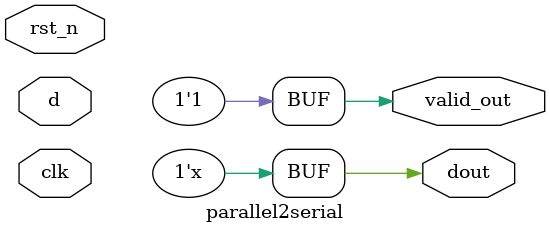
<source format=v>
module parallel2serial(
    input clk,
    input rst_n,
    input [3:0] d,
    output valid_out,
    output dout
);

reg cnt; //counter for 4-bit parallel input to get serial output of one bit
reg [2:0] data; //data register
reg zero = !rst_n; //if the signal is 1 then it means reset and if its zero then it indicates not active
always @(posedge clk)
    if (zero) cnt <= 0;
    else ctn <= cnt+1;

assign valid_out = cnt==4?0:1; //if counter is 0, then means that we have 4 bits and hence the last bit will be output as a serial bit
always @*
    if (zero) begin //if the signal rst_n is one then it means active reset and when its zero then it indicates not active
        data <= d;//data register initialised with parallel input
    end
    else begin
        if (valid_out) begin //if valid_out is one, then it means that we have a serial bit and hence the most significant bit will be output as a dout
            dout <= data[3];
            data <= data[2:0]; 
        end
        else begin
            data <= data<<1; //if valid_out is zero, then it means that we dont have a serial bit and hence we shift the data register one bit to the left(from the most significant bit to least significant bit)
        end
    end
endmodule
</source>
